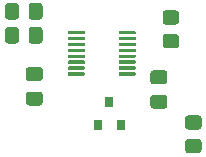
<source format=gbr>
%TF.GenerationSoftware,KiCad,Pcbnew,5.1.7-a382d34a8~87~ubuntu20.04.1*%
%TF.CreationDate,2020-11-04T11:30:01+01:00*%
%TF.ProjectId,isoSPI_Interface,69736f53-5049-45f4-996e-746572666163,rev?*%
%TF.SameCoordinates,Original*%
%TF.FileFunction,Paste,Bot*%
%TF.FilePolarity,Positive*%
%FSLAX46Y46*%
G04 Gerber Fmt 4.6, Leading zero omitted, Abs format (unit mm)*
G04 Created by KiCad (PCBNEW 5.1.7-a382d34a8~87~ubuntu20.04.1) date 2020-11-04 11:30:01*
%MOMM*%
%LPD*%
G01*
G04 APERTURE LIST*
%ADD10R,0.800000X0.900000*%
G04 APERTURE END LIST*
%TO.C,R403*%
G36*
G01*
X97771000Y-98736999D02*
X97771000Y-99637001D01*
G75*
G02*
X97521001Y-99887000I-249999J0D01*
G01*
X96820999Y-99887000D01*
G75*
G02*
X96571000Y-99637001I0J249999D01*
G01*
X96571000Y-98736999D01*
G75*
G02*
X96820999Y-98487000I249999J0D01*
G01*
X97521001Y-98487000D01*
G75*
G02*
X97771000Y-98736999I0J-249999D01*
G01*
G37*
G36*
G01*
X99771000Y-98736999D02*
X99771000Y-99637001D01*
G75*
G02*
X99521001Y-99887000I-249999J0D01*
G01*
X98820999Y-99887000D01*
G75*
G02*
X98571000Y-99637001I0J249999D01*
G01*
X98571000Y-98736999D01*
G75*
G02*
X98820999Y-98487000I249999J0D01*
G01*
X99521001Y-98487000D01*
G75*
G02*
X99771000Y-98736999I0J-249999D01*
G01*
G37*
%TD*%
%TO.C,R402*%
G36*
G01*
X97771000Y-96704999D02*
X97771000Y-97605001D01*
G75*
G02*
X97521001Y-97855000I-249999J0D01*
G01*
X96820999Y-97855000D01*
G75*
G02*
X96571000Y-97605001I0J249999D01*
G01*
X96571000Y-96704999D01*
G75*
G02*
X96820999Y-96455000I249999J0D01*
G01*
X97521001Y-96455000D01*
G75*
G02*
X97771000Y-96704999I0J-249999D01*
G01*
G37*
G36*
G01*
X99771000Y-96704999D02*
X99771000Y-97605001D01*
G75*
G02*
X99521001Y-97855000I-249999J0D01*
G01*
X98820999Y-97855000D01*
G75*
G02*
X98571000Y-97605001I0J249999D01*
G01*
X98571000Y-96704999D01*
G75*
G02*
X98820999Y-96455000I249999J0D01*
G01*
X99521001Y-96455000D01*
G75*
G02*
X99771000Y-96704999I0J-249999D01*
G01*
G37*
%TD*%
%TO.C,R401*%
G36*
G01*
X110166999Y-99079000D02*
X111067001Y-99079000D01*
G75*
G02*
X111317000Y-99328999I0J-249999D01*
G01*
X111317000Y-100029001D01*
G75*
G02*
X111067001Y-100279000I-249999J0D01*
G01*
X110166999Y-100279000D01*
G75*
G02*
X109917000Y-100029001I0J249999D01*
G01*
X109917000Y-99328999D01*
G75*
G02*
X110166999Y-99079000I249999J0D01*
G01*
G37*
G36*
G01*
X110166999Y-97079000D02*
X111067001Y-97079000D01*
G75*
G02*
X111317000Y-97328999I0J-249999D01*
G01*
X111317000Y-98029001D01*
G75*
G02*
X111067001Y-98279000I-249999J0D01*
G01*
X110166999Y-98279000D01*
G75*
G02*
X109917000Y-98029001I0J249999D01*
G01*
X109917000Y-97328999D01*
G75*
G02*
X110166999Y-97079000I249999J0D01*
G01*
G37*
%TD*%
%TO.C,R104*%
G36*
G01*
X112972001Y-107169000D02*
X112071999Y-107169000D01*
G75*
G02*
X111822000Y-106919001I0J249999D01*
G01*
X111822000Y-106218999D01*
G75*
G02*
X112071999Y-105969000I249999J0D01*
G01*
X112972001Y-105969000D01*
G75*
G02*
X113222000Y-106218999I0J-249999D01*
G01*
X113222000Y-106919001D01*
G75*
G02*
X112972001Y-107169000I-249999J0D01*
G01*
G37*
G36*
G01*
X112972001Y-109169000D02*
X112071999Y-109169000D01*
G75*
G02*
X111822000Y-108919001I0J249999D01*
G01*
X111822000Y-108218999D01*
G75*
G02*
X112071999Y-107969000I249999J0D01*
G01*
X112972001Y-107969000D01*
G75*
G02*
X113222000Y-108218999I0J-249999D01*
G01*
X113222000Y-108919001D01*
G75*
G02*
X112972001Y-109169000I-249999J0D01*
G01*
G37*
%TD*%
%TO.C,IC401*%
G36*
G01*
X103350000Y-98886000D02*
X103350000Y-99036000D01*
G75*
G02*
X103275000Y-99111000I-75000J0D01*
G01*
X101975000Y-99111000D01*
G75*
G02*
X101900000Y-99036000I0J75000D01*
G01*
X101900000Y-98886000D01*
G75*
G02*
X101975000Y-98811000I75000J0D01*
G01*
X103275000Y-98811000D01*
G75*
G02*
X103350000Y-98886000I0J-75000D01*
G01*
G37*
G36*
G01*
X103350000Y-99386000D02*
X103350000Y-99536000D01*
G75*
G02*
X103275000Y-99611000I-75000J0D01*
G01*
X101975000Y-99611000D01*
G75*
G02*
X101900000Y-99536000I0J75000D01*
G01*
X101900000Y-99386000D01*
G75*
G02*
X101975000Y-99311000I75000J0D01*
G01*
X103275000Y-99311000D01*
G75*
G02*
X103350000Y-99386000I0J-75000D01*
G01*
G37*
G36*
G01*
X103350000Y-99886000D02*
X103350000Y-100036000D01*
G75*
G02*
X103275000Y-100111000I-75000J0D01*
G01*
X101975000Y-100111000D01*
G75*
G02*
X101900000Y-100036000I0J75000D01*
G01*
X101900000Y-99886000D01*
G75*
G02*
X101975000Y-99811000I75000J0D01*
G01*
X103275000Y-99811000D01*
G75*
G02*
X103350000Y-99886000I0J-75000D01*
G01*
G37*
G36*
G01*
X103350000Y-100386000D02*
X103350000Y-100536000D01*
G75*
G02*
X103275000Y-100611000I-75000J0D01*
G01*
X101975000Y-100611000D01*
G75*
G02*
X101900000Y-100536000I0J75000D01*
G01*
X101900000Y-100386000D01*
G75*
G02*
X101975000Y-100311000I75000J0D01*
G01*
X103275000Y-100311000D01*
G75*
G02*
X103350000Y-100386000I0J-75000D01*
G01*
G37*
G36*
G01*
X103350000Y-100886000D02*
X103350000Y-101036000D01*
G75*
G02*
X103275000Y-101111000I-75000J0D01*
G01*
X101975000Y-101111000D01*
G75*
G02*
X101900000Y-101036000I0J75000D01*
G01*
X101900000Y-100886000D01*
G75*
G02*
X101975000Y-100811000I75000J0D01*
G01*
X103275000Y-100811000D01*
G75*
G02*
X103350000Y-100886000I0J-75000D01*
G01*
G37*
G36*
G01*
X103350000Y-101386000D02*
X103350000Y-101536000D01*
G75*
G02*
X103275000Y-101611000I-75000J0D01*
G01*
X101975000Y-101611000D01*
G75*
G02*
X101900000Y-101536000I0J75000D01*
G01*
X101900000Y-101386000D01*
G75*
G02*
X101975000Y-101311000I75000J0D01*
G01*
X103275000Y-101311000D01*
G75*
G02*
X103350000Y-101386000I0J-75000D01*
G01*
G37*
G36*
G01*
X103350000Y-101886000D02*
X103350000Y-102036000D01*
G75*
G02*
X103275000Y-102111000I-75000J0D01*
G01*
X101975000Y-102111000D01*
G75*
G02*
X101900000Y-102036000I0J75000D01*
G01*
X101900000Y-101886000D01*
G75*
G02*
X101975000Y-101811000I75000J0D01*
G01*
X103275000Y-101811000D01*
G75*
G02*
X103350000Y-101886000I0J-75000D01*
G01*
G37*
G36*
G01*
X103350000Y-102386000D02*
X103350000Y-102536000D01*
G75*
G02*
X103275000Y-102611000I-75000J0D01*
G01*
X101975000Y-102611000D01*
G75*
G02*
X101900000Y-102536000I0J75000D01*
G01*
X101900000Y-102386000D01*
G75*
G02*
X101975000Y-102311000I75000J0D01*
G01*
X103275000Y-102311000D01*
G75*
G02*
X103350000Y-102386000I0J-75000D01*
G01*
G37*
G36*
G01*
X107650000Y-102386000D02*
X107650000Y-102536000D01*
G75*
G02*
X107575000Y-102611000I-75000J0D01*
G01*
X106275000Y-102611000D01*
G75*
G02*
X106200000Y-102536000I0J75000D01*
G01*
X106200000Y-102386000D01*
G75*
G02*
X106275000Y-102311000I75000J0D01*
G01*
X107575000Y-102311000D01*
G75*
G02*
X107650000Y-102386000I0J-75000D01*
G01*
G37*
G36*
G01*
X107650000Y-101886000D02*
X107650000Y-102036000D01*
G75*
G02*
X107575000Y-102111000I-75000J0D01*
G01*
X106275000Y-102111000D01*
G75*
G02*
X106200000Y-102036000I0J75000D01*
G01*
X106200000Y-101886000D01*
G75*
G02*
X106275000Y-101811000I75000J0D01*
G01*
X107575000Y-101811000D01*
G75*
G02*
X107650000Y-101886000I0J-75000D01*
G01*
G37*
G36*
G01*
X107650000Y-101386000D02*
X107650000Y-101536000D01*
G75*
G02*
X107575000Y-101611000I-75000J0D01*
G01*
X106275000Y-101611000D01*
G75*
G02*
X106200000Y-101536000I0J75000D01*
G01*
X106200000Y-101386000D01*
G75*
G02*
X106275000Y-101311000I75000J0D01*
G01*
X107575000Y-101311000D01*
G75*
G02*
X107650000Y-101386000I0J-75000D01*
G01*
G37*
G36*
G01*
X107650000Y-100886000D02*
X107650000Y-101036000D01*
G75*
G02*
X107575000Y-101111000I-75000J0D01*
G01*
X106275000Y-101111000D01*
G75*
G02*
X106200000Y-101036000I0J75000D01*
G01*
X106200000Y-100886000D01*
G75*
G02*
X106275000Y-100811000I75000J0D01*
G01*
X107575000Y-100811000D01*
G75*
G02*
X107650000Y-100886000I0J-75000D01*
G01*
G37*
G36*
G01*
X107650000Y-100386000D02*
X107650000Y-100536000D01*
G75*
G02*
X107575000Y-100611000I-75000J0D01*
G01*
X106275000Y-100611000D01*
G75*
G02*
X106200000Y-100536000I0J75000D01*
G01*
X106200000Y-100386000D01*
G75*
G02*
X106275000Y-100311000I75000J0D01*
G01*
X107575000Y-100311000D01*
G75*
G02*
X107650000Y-100386000I0J-75000D01*
G01*
G37*
G36*
G01*
X107650000Y-99886000D02*
X107650000Y-100036000D01*
G75*
G02*
X107575000Y-100111000I-75000J0D01*
G01*
X106275000Y-100111000D01*
G75*
G02*
X106200000Y-100036000I0J75000D01*
G01*
X106200000Y-99886000D01*
G75*
G02*
X106275000Y-99811000I75000J0D01*
G01*
X107575000Y-99811000D01*
G75*
G02*
X107650000Y-99886000I0J-75000D01*
G01*
G37*
G36*
G01*
X107650000Y-99386000D02*
X107650000Y-99536000D01*
G75*
G02*
X107575000Y-99611000I-75000J0D01*
G01*
X106275000Y-99611000D01*
G75*
G02*
X106200000Y-99536000I0J75000D01*
G01*
X106200000Y-99386000D01*
G75*
G02*
X106275000Y-99311000I75000J0D01*
G01*
X107575000Y-99311000D01*
G75*
G02*
X107650000Y-99386000I0J-75000D01*
G01*
G37*
G36*
G01*
X107650000Y-98886000D02*
X107650000Y-99036000D01*
G75*
G02*
X107575000Y-99111000I-75000J0D01*
G01*
X106275000Y-99111000D01*
G75*
G02*
X106200000Y-99036000I0J75000D01*
G01*
X106200000Y-98886000D01*
G75*
G02*
X106275000Y-98811000I75000J0D01*
G01*
X107575000Y-98811000D01*
G75*
G02*
X107650000Y-98886000I0J-75000D01*
G01*
G37*
%TD*%
D10*
%TO.C,D104*%
X105410000Y-104791000D03*
X104460000Y-106791000D03*
X106360000Y-106791000D03*
%TD*%
%TO.C,C402*%
G36*
G01*
X110076000Y-103330500D02*
X109126000Y-103330500D01*
G75*
G02*
X108876000Y-103080500I0J250000D01*
G01*
X108876000Y-102405500D01*
G75*
G02*
X109126000Y-102155500I250000J0D01*
G01*
X110076000Y-102155500D01*
G75*
G02*
X110326000Y-102405500I0J-250000D01*
G01*
X110326000Y-103080500D01*
G75*
G02*
X110076000Y-103330500I-250000J0D01*
G01*
G37*
G36*
G01*
X110076000Y-105405500D02*
X109126000Y-105405500D01*
G75*
G02*
X108876000Y-105155500I0J250000D01*
G01*
X108876000Y-104480500D01*
G75*
G02*
X109126000Y-104230500I250000J0D01*
G01*
X110076000Y-104230500D01*
G75*
G02*
X110326000Y-104480500I0J-250000D01*
G01*
X110326000Y-105155500D01*
G75*
G02*
X110076000Y-105405500I-250000J0D01*
G01*
G37*
%TD*%
%TO.C,C401*%
G36*
G01*
X99535000Y-103055000D02*
X98585000Y-103055000D01*
G75*
G02*
X98335000Y-102805000I0J250000D01*
G01*
X98335000Y-102130000D01*
G75*
G02*
X98585000Y-101880000I250000J0D01*
G01*
X99535000Y-101880000D01*
G75*
G02*
X99785000Y-102130000I0J-250000D01*
G01*
X99785000Y-102805000D01*
G75*
G02*
X99535000Y-103055000I-250000J0D01*
G01*
G37*
G36*
G01*
X99535000Y-105130000D02*
X98585000Y-105130000D01*
G75*
G02*
X98335000Y-104880000I0J250000D01*
G01*
X98335000Y-104205000D01*
G75*
G02*
X98585000Y-103955000I250000J0D01*
G01*
X99535000Y-103955000D01*
G75*
G02*
X99785000Y-104205000I0J-250000D01*
G01*
X99785000Y-104880000D01*
G75*
G02*
X99535000Y-105130000I-250000J0D01*
G01*
G37*
%TD*%
M02*

</source>
